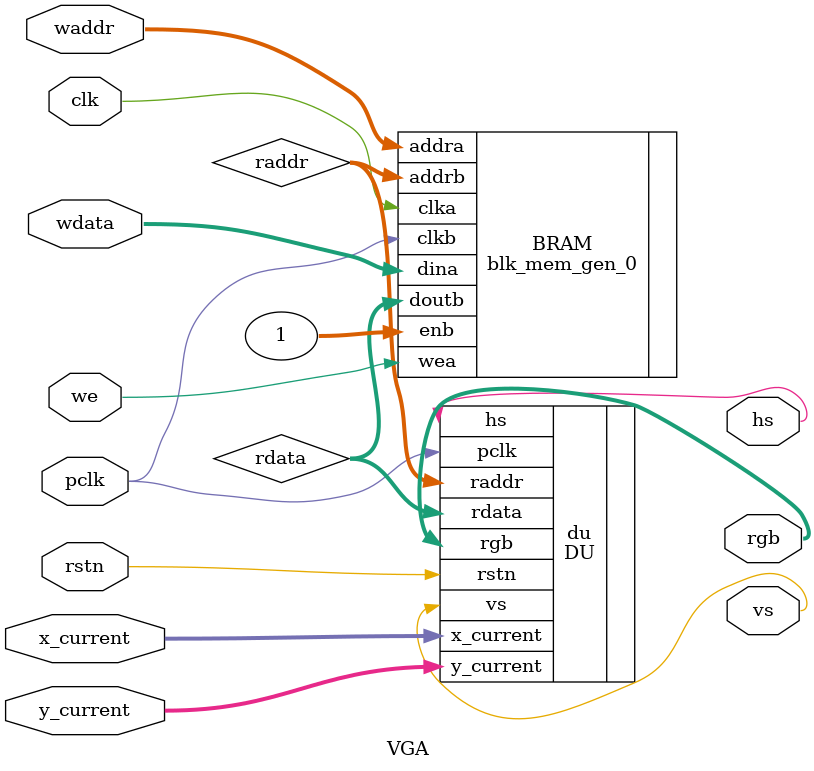
<source format=v>
`timescale 1ns / 1ps


module VGA #(
    parameter DW=15)(
   input            rstn,
    input            clk,
    input            pclk,
    input           [DW-1:0]   waddr,
    input           [11:0]   wdata,
    input [7:0]     x_current,
    input [7:0]     y_current,
    input            we,
    output  [0:0]    hs,
    output  [0:0]    vs,
    output  [11:0]   rgb
    );
wire [11:0] rdata;
wire [DW-1:0] raddr;

DU du(
    .pclk(pclk),
    .rstn(rstn),
    .hs(hs),
    .vs(vs),
    .rgb(rgb),
    .rdata(rdata),
    .raddr(raddr),
    .x_current(x_current),
    .y_current(y_current)
);
blk_mem_gen_0 BRAM (
  .clka(clk),    // input wire clka
  .wea(we),      // input wire [0 : 0] wea
  .addra(waddr),  // input wire [15 : 0] addra
  .dina(wdata),    // input wire [15 : 0] dina
  .clkb(pclk),    // input wire clkb
  .enb(1),      // input wire enb
  .addrb(raddr),  // input wire [15 : 0] addrb
  .doutb(rdata)  // output wire [15 : 0] doutb
);

endmodule

</source>
